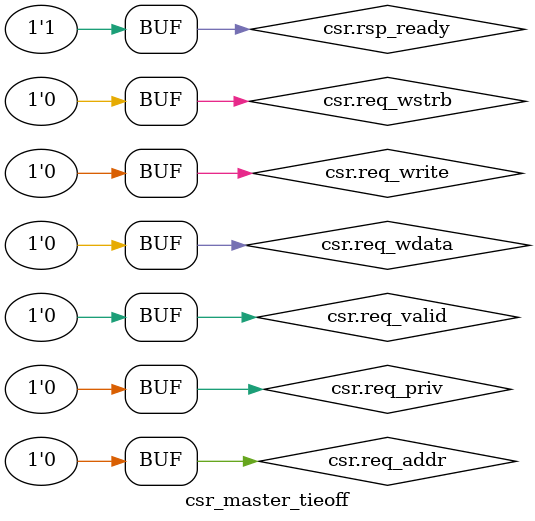
<source format=sv>

module csr_master_tieoff (
    csr_if.master csr
);
  assign csr.req_valid = 1'b0;
  assign csr.req_write = 1'b0;
  assign csr.req_addr  = '0;
  assign csr.req_wdata = '0;
  assign csr.req_wstrb = '0;
  assign csr.req_priv  = '0;
  assign csr.rsp_ready = 1'b1;

endmodule : csr_master_tieoff


</source>
